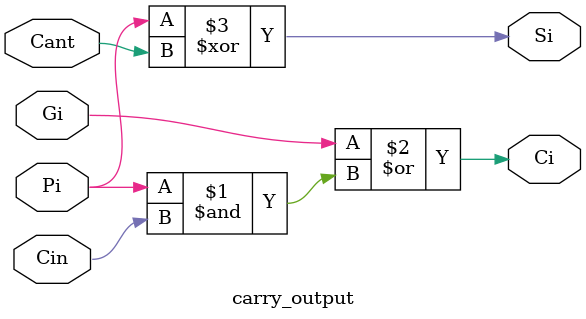
<source format=sv>
module carry_output
    (
        input Gi,Pi,Cin,Cant,
        output Ci,Si
    );

    assign Ci = Gi | (Pi & Cin);
    assign Si = Pi ^ Cant;
    
endmodule: carry_output

</source>
